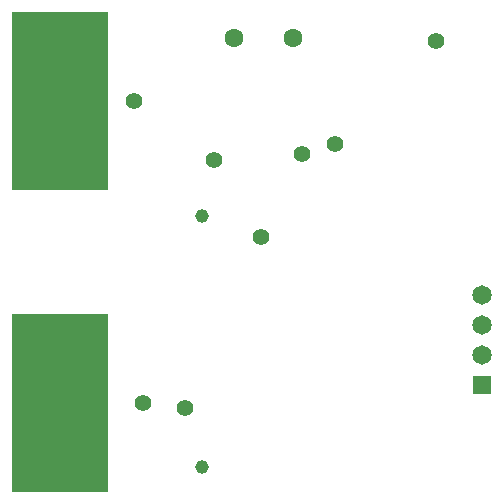
<source format=gbs>
G04*
G04 #@! TF.GenerationSoftware,Altium Limited,Altium Designer,21.0.9 (235)*
G04*
G04 Layer_Color=16711935*
%FSLAX25Y25*%
%MOIN*%
G70*
G04*
G04 #@! TF.SameCoordinates,00BE4CDB-2B82-4C1F-9587-948FEC39E08D*
G04*
G04*
G04 #@! TF.FilePolarity,Negative*
G04*
G01*
G75*
%ADD41R,0.32087X0.59646*%
%ADD48C,0.04528*%
%ADD49R,0.06496X0.06496*%
%ADD50C,0.06496*%
%ADD51C,0.06299*%
%ADD52C,0.05591*%
D41*
X143701Y360236D02*
D03*
Y259842D02*
D03*
D48*
X190945Y322047D02*
D03*
Y238189D02*
D03*
D49*
X284449Y265591D02*
D03*
D50*
Y275590D02*
D03*
Y285591D02*
D03*
Y295590D02*
D03*
D51*
X201772Y381496D02*
D03*
X221457D02*
D03*
D52*
X185327Y257874D02*
D03*
X171260Y259842D02*
D03*
X168307Y360236D02*
D03*
X235433Y346063D02*
D03*
X268898Y380315D02*
D03*
X210630Y314961D02*
D03*
X224410Y342520D02*
D03*
X194882Y340551D02*
D03*
M02*

</source>
